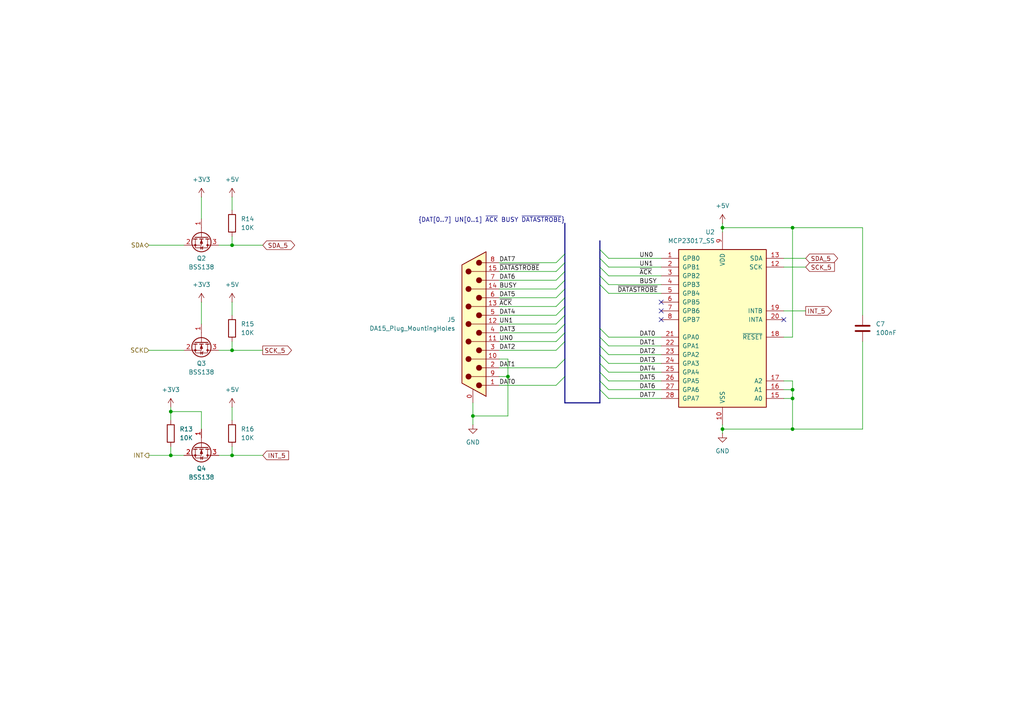
<source format=kicad_sch>
(kicad_sch (version 20231120) (generator "eeschema") (generator_version "8.0")
  (paper "A4")
  (title_block (title "Valiant Turtle 2 - Communicator - Parallel") (date "2024-10-23") (rev "2_1") (company "https://www.waitingforfriday.com") (comment 1 "(c) 2024 Simon Inns") (comment 2 "License: Attribution-ShareAlike 4.0 International (CC BY-SA 4.0)"))
  (lib_symbols
    (symbol "Connector:DA15_Plug_MountingHoles" (pin_names (offset 1.016) hide)
      (property "Reference" "J" (at 0 24.13 0))
      (property "Value" "DA15_Plug_MountingHoles" (at 0 22.225 0))
      (symbol "DA15_Plug_MountingHoles_0_1"
        (circle (center -1.778 -17.78) (radius 0.762) (fill (type outline)))
        (circle (center -1.778 -12.7) (radius 0.762) (fill (type outline)))
        (circle (center -1.778 -7.62) (radius 0.762) (fill (type outline)))
        (circle (center -1.778 -2.54) (radius 0.762) (fill (type outline)))
        (circle (center -1.778 2.54) (radius 0.762) (fill (type outline)))
        (circle (center -1.778 7.62) (radius 0.762) (fill (type outline)))
        (circle (center -1.778 12.7) (radius 0.762) (fill (type outline)))
        (circle (center -1.778 17.78) (radius 0.762) (fill (type outline)))
        (polyline (pts (xy -3.81 -17.78) (xy -2.54 -17.78)))
        (polyline (pts (xy -3.81 -15.24) (xy 0.508 -15.24)))
        (polyline (pts (xy -3.81 -12.7) (xy -2.54 -12.7)))
        (polyline (pts (xy -3.81 -10.16) (xy 0.508 -10.16)))
        (polyline (pts (xy -3.81 -7.62) (xy -2.54 -7.62)))
        (polyline (pts (xy -3.81 -5.08) (xy 0.508 -5.08)))
        (polyline (pts (xy -3.81 -2.54) (xy -2.54 -2.54)))
        (polyline (pts (xy -3.81 0) (xy 0.508 0)))
        (polyline (pts (xy -3.81 2.54) (xy -2.54 2.54)))
        (polyline (pts (xy -3.81 5.08) (xy 0.508 5.08)))
        (polyline (pts (xy -3.81 7.62) (xy -2.54 7.62)))
        (polyline (pts (xy -3.81 10.16) (xy 0.508 10.16)))
        (polyline (pts (xy -3.81 12.7) (xy -2.54 12.7)))
        (polyline (pts (xy -3.81 15.24) (xy 0.508 15.24)))
        (polyline (pts (xy -3.81 17.78) (xy -2.54 17.78)))
        (polyline (pts (xy -3.81 -20.955) (xy 3.175 -17.145) (xy 3.175 17.145) (xy -3.81 20.955) (xy -3.81 -20.955)) (stroke (width 0.254)) (fill (type background)))
        (circle (center 1.27 -15.24) (radius 0.762) (fill (type outline)))
        (circle (center 1.27 -10.16) (radius 0.762) (fill (type outline)))
        (circle (center 1.27 -5.08) (radius 0.762) (fill (type outline)))
        (circle (center 1.27 0) (radius 0.762) (fill (type outline)))
        (circle (center 1.27 5.08) (radius 0.762) (fill (type outline)))
        (circle (center 1.27 10.16) (radius 0.762) (fill (type outline)))
        (circle (center 1.27 15.24) (radius 0.762) (fill (type outline)))
      )
      (symbol "DA15_Plug_MountingHoles_1_1"
        (pin passive line (at 0 -22.86 90) (length 3.81) (name "PAD") (number "0"))
        (pin passive line (at -7.62 -17.78 0) (length 3.81) (name "1") (number "1"))
        (pin passive line (at -7.62 -10.16 0) (length 3.81) (name "P10") (number "10"))
        (pin passive line (at -7.62 -5.08 0) (length 3.81) (name "P111") (number "11"))
        (pin passive line (at -7.62 0 0) (length 3.81) (name "P12") (number "12"))
        (pin passive line (at -7.62 5.08 0) (length 3.81) (name "P13") (number "13"))
        (pin passive line (at -7.62 10.16 0) (length 3.81) (name "P14") (number "14"))
        (pin passive line (at -7.62 15.24 0) (length 3.81) (name "P15") (number "15"))
        (pin passive line (at -7.62 -12.7 0) (length 3.81) (name "2") (number "2"))
        (pin passive line (at -7.62 -7.62 0) (length 3.81) (name "3") (number "3"))
        (pin passive line (at -7.62 -2.54 0) (length 3.81) (name "4") (number "4"))
        (pin passive line (at -7.62 2.54 0) (length 3.81) (name "5") (number "5"))
        (pin passive line (at -7.62 7.62 0) (length 3.81) (name "6") (number "6"))
        (pin passive line (at -7.62 12.7 0) (length 3.81) (name "7") (number "7"))
        (pin passive line (at -7.62 17.78 0) (length 3.81) (name "8") (number "8"))
        (pin passive line (at -7.62 -15.24 0) (length 3.81) (name "P9") (number "9"))
      )
    )
    (symbol "Device:C" (pin_numbers hide) (pin_names (offset 0.254))
      (property "Reference" "C" (at 0.635 2.54 0))
      (property "Value" "C" (at 0.635 -2.54 0))
      (symbol "C_0_1"
        (polyline (pts (xy -2.032 -0.762) (xy 2.032 -0.762)) (stroke (width 0.508)))
        (polyline (pts (xy -2.032 0.762) (xy 2.032 0.762)) (stroke (width 0.508)))
      )
      (symbol "C_1_1"
        (pin passive line (at 0 3.81 270) (length 2.794) (name "~") (number "1"))
        (pin passive line (at 0 -3.81 90) (length 2.794) (name "~") (number "2"))
      )
    )
    (symbol "Device:R" (pin_numbers hide) (pin_names (offset 0))
      (property "Reference" "R" (at 2.032 0 90))
      (property "Value" "R" (at 0 0 90))
      (symbol "R_0_1"
        (rectangle (start -1.016 -2.54) (end 1.016 2.54) (stroke (width 0.254)))
      )
      (symbol "R_1_1"
        (pin passive line (at 0 3.81 270) (length 1.27) (name "~") (number "1"))
        (pin passive line (at 0 -3.81 90) (length 1.27) (name "~") (number "2"))
      )
    )
    (symbol "Interface_Expansion:MCP23017_SS" (pin_names (offset 1.016))
      (property "Reference" "U" (at -11.43 24.13 0))
      (property "Value" "MCP23017_SS" (at 0 0 0))
      (symbol "MCP23017_SS_0_1"
        (rectangle (start -12.7 22.86) (end 12.7 -22.86) (stroke (width 0.254)) (fill (type background)))
      )
      (symbol "MCP23017_SS_1_1"
        (pin bidirectional line (at 17.78 20.32 180) (length 5.08) (name "GPB0") (number "1"))
        (pin power_in line (at 0 -27.94 90) (length 5.08) (name "VSS") (number "10"))
        (pin no_connect line (at -12.7 15.24 0) (length 5.08) hide (name "NC") (number "11"))
        (pin input line (at -17.78 17.78 0) (length 5.08) (name "SCK") (number "12"))
        (pin bidirectional line (at -17.78 20.32 0) (length 5.08) (name "SDA") (number "13"))
        (pin no_connect line (at -12.7 12.7 0) (length 5.08) hide (name "NC") (number "14"))
        (pin input line (at -17.78 -20.32 0) (length 5.08) (name "A0") (number "15"))
        (pin input line (at -17.78 -17.78 0) (length 5.08) (name "A1") (number "16"))
        (pin input line (at -17.78 -15.24 0) (length 5.08) (name "A2") (number "17"))
        (pin input line (at -17.78 -2.54 0) (length 5.08) (name "~{RESET}") (number "18"))
        (pin tri_state line (at -17.78 5.08 0) (length 5.08) (name "INTB") (number "19"))
        (pin bidirectional line (at 17.78 17.78 180) (length 5.08) (name "GPB1") (number "2"))
        (pin tri_state line (at -17.78 2.54 0) (length 5.08) (name "INTA") (number "20"))
        (pin bidirectional line (at 17.78 -2.54 180) (length 5.08) (name "GPA0") (number "21"))
        (pin bidirectional line (at 17.78 -5.08 180) (length 5.08) (name "GPA1") (number "22"))
        (pin bidirectional line (at 17.78 -7.62 180) (length 5.08) (name "GPA2") (number "23"))
        (pin bidirectional line (at 17.78 -10.16 180) (length 5.08) (name "GPA3") (number "24"))
        (pin bidirectional line (at 17.78 -12.7 180) (length 5.08) (name "GPA4") (number "25"))
        (pin bidirectional line (at 17.78 -15.24 180) (length 5.08) (name "GPA5") (number "26"))
        (pin bidirectional line (at 17.78 -17.78 180) (length 5.08) (name "GPA6") (number "27"))
        (pin bidirectional line (at 17.78 -20.32 180) (length 5.08) (name "GPA7") (number "28"))
        (pin bidirectional line (at 17.78 15.24 180) (length 5.08) (name "GPB2") (number "3"))
        (pin bidirectional line (at 17.78 12.7 180) (length 5.08) (name "GPB3") (number "4"))
        (pin bidirectional line (at 17.78 10.16 180) (length 5.08) (name "GPB4") (number "5"))
        (pin bidirectional line (at 17.78 7.62 180) (length 5.08) (name "GPB5") (number "6"))
        (pin bidirectional line (at 17.78 5.08 180) (length 5.08) (name "GPB6") (number "7"))
        (pin bidirectional line (at 17.78 2.54 180) (length 5.08) (name "GPB7") (number "8"))
        (pin power_in line (at 0 27.94 270) (length 5.08) (name "VDD") (number "9"))
      )
    )
    (symbol "Transistor_FET:BSS138" (pin_names hide)
      (property "Reference" "Q" (at 5.08 1.905 0))
      (property "Value" "BSS138" (at 5.08 0 0))
      (symbol "BSS138_0_1"
        (polyline (pts (xy 0.254 0) (xy -2.54 0)))
        (polyline (pts (xy 0.254 1.905) (xy 0.254 -1.905)) (stroke (width 0.254)))
        (polyline (pts (xy 0.762 -1.27) (xy 0.762 -2.286)) (stroke (width 0.254)))
        (polyline (pts (xy 0.762 0.508) (xy 0.762 -0.508)) (stroke (width 0.254)))
        (polyline (pts (xy 0.762 2.286) (xy 0.762 1.27)) (stroke (width 0.254)))
        (polyline (pts (xy 2.54 2.54) (xy 2.54 1.778)))
        (polyline (pts (xy 2.54 -2.54) (xy 2.54 0) (xy 0.762 0)))
        (polyline (pts (xy 0.762 -1.778) (xy 3.302 -1.778) (xy 3.302 1.778) (xy 0.762 1.778)))
        (polyline (pts (xy 1.016 0) (xy 2.032 0.381) (xy 2.032 -0.381) (xy 1.016 0)) (fill (type outline)))
        (polyline (pts (xy 2.794 0.508) (xy 2.921 0.381) (xy 3.683 0.381) (xy 3.81 0.254)))
        (polyline (pts (xy 3.302 0.381) (xy 2.921 -0.254) (xy 3.683 -0.254) (xy 3.302 0.381)))
        (circle (center 1.651 0) (radius 2.794) (stroke (width 0.254)))
        (circle (center 2.54 -1.778) (radius 0.254) (fill (type outline)))
        (circle (center 2.54 1.778) (radius 0.254) (fill (type outline)))
      )
      (symbol "BSS138_1_1"
        (pin input line (at -5.08 0 0) (length 2.54) (name "G") (number "1"))
        (pin passive line (at 2.54 -5.08 90) (length 2.54) (name "S") (number "2"))
        (pin passive line (at 2.54 5.08 270) (length 2.54) (name "D") (number "3"))
      )
    )
    (symbol "power:+3V3" (power) (pin_numbers hide) (pin_names (offset 0) hide)
      (property "Value" "+3V3" (at 0 3.556 0))
      (symbol "+3V3_0_1"
        (polyline (pts (xy -0.762 1.27) (xy 0 2.54)))
        (polyline (pts (xy 0 0) (xy 0 2.54)))
        (polyline (pts (xy 0 2.54) (xy 0.762 1.27)))
      )
      (symbol "+3V3_1_1"
        (pin power_in line (at 0 0 90) (length 0) (name "~") (number "1"))
      )
    )
    (symbol "power:+5V" (power) (pin_numbers hide) (pin_names (offset 0) hide)
      (property "Value" "+5V" (at 0 3.556 0))
      (symbol "+5V_0_1"
        (polyline (pts (xy -0.762 1.27) (xy 0 2.54)))
        (polyline (pts (xy 0 0) (xy 0 2.54)))
        (polyline (pts (xy 0 2.54) (xy 0.762 1.27)))
      )
      (symbol "+5V_1_1"
        (pin power_in line (at 0 0 90) (length 0) (name "~") (number "1"))
      )
    )
    (symbol "power:GND" (power) (pin_numbers hide) (pin_names (offset 0) hide)
      (property "Value" "GND" (at 0 -3.81 0))
      (symbol "GND_0_1"
        (polyline (pts (xy 0 0) (xy 0 -1.27) (xy 1.27 -1.27) (xy 0 -2.54) (xy -1.27 -1.27) (xy 0 -1.27)))
      )
      (symbol "GND_1_1"
        (pin power_in line (at 0 0 270) (length 0) (name "~") (number "1"))
      )
    )
  )
  (junction (at 49.53 119.38))
  (junction (at 49.53 132.08))
  (junction (at 229.87 124.46))
  (junction (at 147.32 109.22))
  (junction (at 229.87 115.57))
  (junction (at 229.87 113.03))
  (junction (at 67.31 132.08))
  (junction (at 229.87 66.04))
  (junction (at 209.55 66.04))
  (junction (at 209.55 124.46))
  (junction (at 67.31 101.6))
  (junction (at 137.16 120.65))
  (junction (at 67.31 71.12))
  (no_connect (at 191.77 87.63))
  (no_connect (at 227.33 92.71))
  (no_connect (at 191.77 90.17))
  (no_connect (at 191.77 92.71))
  (bus_entry (at 163.83 76.2) (size -2.54 2.54))
  (bus_entry (at 163.83 104.14) (size -2.54 2.54))
  (bus_entry (at 173.99 100.33) (size 2.54 2.54))
  (bus_entry (at 173.99 102.87) (size 2.54 2.54))
  (bus_entry (at 163.83 99.06) (size -2.54 2.54))
  (bus_entry (at 173.99 72.39) (size 2.54 2.54))
  (bus_entry (at 173.99 105.41) (size 2.54 2.54))
  (bus_entry (at 163.83 96.52) (size -2.54 2.54))
  (bus_entry (at 173.99 113.03) (size 2.54 2.54))
  (bus_entry (at 163.83 83.82) (size -2.54 2.54))
  (bus_entry (at 173.99 77.47) (size 2.54 2.54))
  (bus_entry (at 173.99 97.79) (size 2.54 2.54))
  (bus_entry (at 163.83 81.28) (size -2.54 2.54))
  (bus_entry (at 163.83 78.74) (size -2.54 2.54))
  (bus_entry (at 163.83 109.22) (size -2.54 2.54))
  (bus_entry (at 163.83 88.9) (size -2.54 2.54))
  (bus_entry (at 173.99 80.01) (size 2.54 2.54))
  (bus_entry (at 173.99 95.25) (size 2.54 2.54))
  (bus_entry (at 173.99 110.49) (size 2.54 2.54))
  (bus_entry (at 173.99 74.93) (size 2.54 2.54))
  (bus_entry (at 173.99 107.95) (size 2.54 2.54))
  (bus_entry (at 163.83 93.98) (size -2.54 2.54))
  (bus_entry (at 173.99 82.55) (size 2.54 2.54))
  (bus_entry (at 163.83 86.36) (size -2.54 2.54))
  (bus_entry (at 163.83 73.66) (size -2.54 2.54))
  (bus_entry (at 163.83 91.44) (size -2.54 2.54))
  (wire (pts (xy 229.87 110.49) (xy 227.33 110.49)))
  (wire (pts (xy 147.32 120.65) (xy 137.16 120.65)))
  (wire (pts (xy 176.53 80.01) (xy 191.77 80.01)))
  (wire (pts (xy 250.19 66.04) (xy 229.87 66.04)))
  (wire (pts (xy 227.33 113.03) (xy 229.87 113.03)))
  (wire (pts (xy 67.31 71.12) (xy 67.31 68.58)))
  (wire (pts (xy 209.55 124.46) (xy 229.87 124.46)))
  (wire (pts (xy 147.32 104.14) (xy 147.32 109.22)))
  (wire (pts (xy 144.78 101.6) (xy 161.29 101.6)))
  (bus (pts (xy 163.83 81.28) (xy 163.83 83.82)))
  (wire (pts (xy 43.18 101.6) (xy 53.34 101.6)))
  (wire (pts (xy 63.5 101.6) (xy 67.31 101.6)))
  (bus (pts (xy 163.83 78.74) (xy 163.83 81.28)))
  (wire (pts (xy 63.5 71.12) (xy 67.31 71.12)))
  (bus (pts (xy 173.99 72.39) (xy 173.99 74.93)))
  (wire (pts (xy 49.53 119.38) (xy 58.42 119.38)))
  (wire (pts (xy 176.53 115.57) (xy 191.77 115.57)))
  (wire (pts (xy 250.19 99.06) (xy 250.19 124.46)))
  (wire (pts (xy 176.53 110.49) (xy 191.77 110.49)))
  (wire (pts (xy 144.78 83.82) (xy 161.29 83.82)))
  (bus (pts (xy 163.83 104.14) (xy 163.83 109.22)))
  (wire (pts (xy 144.78 81.28) (xy 161.29 81.28)))
  (wire (pts (xy 67.31 132.08) (xy 76.2 132.08)))
  (bus (pts (xy 173.99 113.03) (xy 173.99 116.84)))
  (bus (pts (xy 173.99 82.55) (xy 173.99 95.25)))
  (wire (pts (xy 144.78 96.52) (xy 161.29 96.52)))
  (wire (pts (xy 250.19 91.44) (xy 250.19 66.04)))
  (bus (pts (xy 163.83 83.82) (xy 163.83 86.36)))
  (wire (pts (xy 176.53 82.55) (xy 191.77 82.55)))
  (wire (pts (xy 43.18 71.12) (xy 53.34 71.12)))
  (wire (pts (xy 58.42 119.38) (xy 58.42 124.46)))
  (wire (pts (xy 144.78 93.98) (xy 161.29 93.98)))
  (wire (pts (xy 43.18 132.08) (xy 49.53 132.08)))
  (wire (pts (xy 229.87 124.46) (xy 229.87 115.57)))
  (wire (pts (xy 176.53 107.95) (xy 191.77 107.95)))
  (wire (pts (xy 176.53 105.41) (xy 191.77 105.41)))
  (wire (pts (xy 176.53 100.33) (xy 191.77 100.33)))
  (bus (pts (xy 173.99 100.33) (xy 173.99 102.87)))
  (bus (pts (xy 163.83 76.2) (xy 163.83 78.74)))
  (bus (pts (xy 163.83 64.77) (xy 163.83 73.66)))
  (bus (pts (xy 173.99 97.79) (xy 173.99 100.33)))
  (bus (pts (xy 173.99 74.93) (xy 173.99 77.47)))
  (bus (pts (xy 163.83 99.06) (xy 163.83 104.14)))
  (wire (pts (xy 229.87 97.79) (xy 229.87 66.04)))
  (wire (pts (xy 144.78 91.44) (xy 161.29 91.44)))
  (wire (pts (xy 227.33 90.17) (xy 233.68 90.17)))
  (wire (pts (xy 137.16 116.84) (xy 137.16 120.65)))
  (wire (pts (xy 176.53 113.03) (xy 191.77 113.03)))
  (bus (pts (xy 173.99 95.25) (xy 173.99 97.79)))
  (wire (pts (xy 147.32 109.22) (xy 147.32 120.65)))
  (wire (pts (xy 176.53 74.93) (xy 191.77 74.93)))
  (wire (pts (xy 144.78 78.74) (xy 161.29 78.74)))
  (wire (pts (xy 67.31 101.6) (xy 76.2 101.6)))
  (wire (pts (xy 144.78 111.76) (xy 161.29 111.76)))
  (bus (pts (xy 173.99 105.41) (xy 173.99 107.95)))
  (wire (pts (xy 144.78 109.22) (xy 147.32 109.22)))
  (wire (pts (xy 250.19 124.46) (xy 229.87 124.46)))
  (bus (pts (xy 163.83 88.9) (xy 163.83 91.44)))
  (wire (pts (xy 209.55 123.19) (xy 209.55 124.46)))
  (wire (pts (xy 67.31 132.08) (xy 67.31 129.54)))
  (wire (pts (xy 176.53 97.79) (xy 191.77 97.79)))
  (wire (pts (xy 49.53 121.92) (xy 49.53 119.38)))
  (wire (pts (xy 49.53 118.11) (xy 49.53 119.38)))
  (wire (pts (xy 209.55 64.77) (xy 209.55 66.04)))
  (bus (pts (xy 163.83 109.22) (xy 163.83 116.84)))
  (wire (pts (xy 63.5 132.08) (xy 67.31 132.08)))
  (wire (pts (xy 144.78 106.68) (xy 161.29 106.68)))
  (wire (pts (xy 227.33 97.79) (xy 229.87 97.79)))
  (wire (pts (xy 144.78 104.14) (xy 147.32 104.14)))
  (bus (pts (xy 173.99 107.95) (xy 173.99 110.49)))
  (wire (pts (xy 229.87 113.03) (xy 229.87 110.49)))
  (bus (pts (xy 173.99 69.85) (xy 173.99 72.39)))
  (bus (pts (xy 173.99 80.01) (xy 173.99 82.55)))
  (wire (pts (xy 58.42 87.63) (xy 58.42 93.98)))
  (bus (pts (xy 163.83 93.98) (xy 163.83 96.52)))
  (wire (pts (xy 137.16 120.65) (xy 137.16 123.19)))
  (bus (pts (xy 163.83 96.52) (xy 163.83 99.06)))
  (wire (pts (xy 229.87 66.04) (xy 209.55 66.04)))
  (wire (pts (xy 227.33 115.57) (xy 229.87 115.57)))
  (wire (pts (xy 58.42 57.15) (xy 58.42 63.5)))
  (wire (pts (xy 67.31 71.12) (xy 76.2 71.12)))
  (wire (pts (xy 144.78 86.36) (xy 161.29 86.36)))
  (wire (pts (xy 67.31 118.11) (xy 67.31 121.92)))
  (bus (pts (xy 163.83 91.44) (xy 163.83 93.98)))
  (wire (pts (xy 227.33 74.93) (xy 233.68 74.93)))
  (wire (pts (xy 176.53 77.47) (xy 191.77 77.47)))
  (wire (pts (xy 67.31 87.63) (xy 67.31 91.44)))
  (wire (pts (xy 144.78 76.2) (xy 161.29 76.2)))
  (wire (pts (xy 144.78 99.06) (xy 161.29 99.06)))
  (wire (pts (xy 209.55 124.46) (xy 209.55 125.73)))
  (wire (pts (xy 67.31 101.6) (xy 67.31 99.06)))
  (wire (pts (xy 67.31 57.15) (xy 67.31 60.96)))
  (wire (pts (xy 49.53 132.08) (xy 49.53 129.54)))
  (wire (pts (xy 176.53 85.09) (xy 191.77 85.09)))
  (wire (pts (xy 209.55 66.04) (xy 209.55 67.31)))
  (bus (pts (xy 173.99 77.47) (xy 173.99 80.01)))
  (bus (pts (xy 163.83 73.66) (xy 163.83 76.2)))
  (wire (pts (xy 229.87 115.57) (xy 229.87 113.03)))
  (bus (pts (xy 163.83 116.84) (xy 173.99 116.84)))
  (wire (pts (xy 176.53 102.87) (xy 191.77 102.87)))
  (wire (pts (xy 144.78 88.9) (xy 161.29 88.9)))
  (bus (pts (xy 163.83 86.36) (xy 163.83 88.9)))
  (bus (pts (xy 173.99 102.87) (xy 173.99 105.41)))
  (wire (pts (xy 53.34 132.08) (xy 49.53 132.08)))
  (wire (pts (xy 227.33 77.47) (xy 233.68 77.47)))
  (bus (pts (xy 173.99 110.49) (xy 173.99 113.03)))
  (label "UN0" (at 144.78 99.06 0))
  (label "DAT1" (at 144.78 106.68 0))
  (label "DAT0" (at 185.42 97.79 0))
  (label "BUSY" (at 185.42 82.55 0))
  (label "{DAT[0..7] UN[0..1] ~{ACK} BUSY ~{DATASTROBE}}" (at 163.83 64.77 180))
  (label "~{ACK}" (at 144.78 88.9 0))
  (label "BUSY" (at 144.78 83.82 0))
  (label "DAT7" (at 144.78 76.2 0))
  (label "DAT5" (at 144.78 86.36 0))
  (label "DAT2" (at 144.78 101.6 0))
  (label "DAT3" (at 144.78 96.52 0))
  (label "~{DATASTROBE}" (at 179.07 85.09 0))
  (label "DAT1" (at 185.42 100.33 0))
  (label "DAT7" (at 185.42 115.57 0))
  (label "DAT2" (at 185.42 102.87 0))
  (label "~{ACK}" (at 185.42 80.01 0))
  (label "DAT3" (at 185.42 105.41 0))
  (label "UN1" (at 185.42 77.47 0))
  (label "DAT0" (at 144.78 111.76 0))
  (label "DAT5" (at 185.42 110.49 0))
  (label "DAT6" (at 144.78 81.28 0))
  (label "UN1" (at 144.78 93.98 0))
  (label "DAT4" (at 185.42 107.95 0))
  (label "~{DATASTROBE}" (at 144.78 78.74 0))
  (label "DAT6" (at 185.42 113.03 0))
  (label "DAT4" (at 144.78 91.44 0))
  (label "UN0" (at 185.42 74.93 0))
  (global_label "SDA_5" (shape bidirectional) (at 233.68 74.93 0) (property "Intersheetrefs" "${INTERSHEET_REFS}" (effects (hide yes))))
  (global_label "SCK_5" (shape input) (at 233.68 77.47 0) (property "Intersheetrefs" "${INTERSHEET_REFS}" (effects (hide yes))))
  (global_label "INT_5" (shape input) (at 76.2 132.08 0) (property "Intersheetrefs" "${INTERSHEET_REFS}" (effects (hide yes))))
  (global_label "SCK_5" (shape output) (at 76.2 101.6 0) (property "Intersheetrefs" "${INTERSHEET_REFS}" (effects (hide yes))))
  (global_label "SDA_5" (shape bidirectional) (at 76.2 71.12 0) (property "Intersheetrefs" "${INTERSHEET_REFS}" (effects (hide yes))))
  (global_label "INT_5" (shape output) (at 233.68 90.17 0) (property "Intersheetrefs" "${INTERSHEET_REFS}" (effects (hide yes))))
  (hierarchical_label "SDA" (shape bidirectional) (at 43.18 71.12 180))
  (hierarchical_label "INT" (shape output) (at 43.18 132.08 180))
  (hierarchical_label "SCK" (shape input) (at 43.18 101.6 180))
  (symbol (lib_id "Transistor_FET:BSS138") (at 58.42 68.58 270) (unit 1)
    (property "Reference" "Q2" (at 58.42 74.93 90))
    (property "Value" "BSS138" (at 58.42 77.47 90))
    (property "Footprint" "Package_TO_SOT_SMD:SOT-23" (effects (hide yes)))
    (property "Datasheet" "https://www.onsemi.com/pub/Collateral/BSS138-D.PDF" (effects (hide yes)))
    (property "Description" "50V Vds, 0.22A Id, N-Channel MOSFET, SOT-23" (effects (hide yes)))
  )
  (symbol (lib_id "power:+5V") (at 209.55 64.77 0) (unit 1)
    (property "Reference" "#PWR023" (effects (hide yes)))
    (property "Value" "+5V" (at 209.55 59.69 0))
    (property "Description" "Power symbol creates a global label with name \"+5V\"" (effects (hide yes)))
  )
  (symbol (lib_id "Transistor_FET:BSS138") (at 58.42 99.06 270) (unit 1)
    (property "Reference" "Q3" (at 58.42 105.41 90))
    (property "Value" "BSS138" (at 58.42 107.95 90))
    (property "Footprint" "Package_TO_SOT_SMD:SOT-23" (effects (hide yes)))
    (property "Datasheet" "https://www.onsemi.com/pub/Collateral/BSS138-D.PDF" (effects (hide yes)))
    (property "Description" "50V Vds, 0.22A Id, N-Channel MOSFET, SOT-23" (effects (hide yes)))
  )
  (symbol (lib_id "power:GND") (at 137.16 123.19 0) (unit 1)
    (property "Reference" "#PWR022" (effects (hide yes)))
    (property "Value" "GND" (at 137.16 128.27 0))
    (property "Description" "Power symbol creates a global label with name \"GND\" , ground" (effects (hide yes)))
  )
  (symbol (lib_id "power:+3V3") (at 49.53 118.11 0) (unit 1)
    (property "Reference" "#PWR016" (effects (hide yes)))
    (property "Value" "+3V3" (at 49.53 113.03 0))
    (property "Description" "Power symbol creates a global label with name \"+3V3\"" (effects (hide yes)))
  )
  (symbol (lib_id "Device:C") (at 250.19 95.25 0) (unit 1)
    (property "Reference" "C7" (at 254 93.9799 0) (effects (justify left)))
    (property "Value" "100nF" (at 254 96.5199 0) (effects (justify left)))
    (property "Footprint" "Capacitor_SMD:C_0805_2012Metric_Pad1.18x1.45mm_HandSolder" (effects (hide yes)))
    (property "Description" "Unpolarized capacitor" (effects (hide yes)))
  )
  (symbol (lib_id "Device:R") (at 67.31 95.25 0) (unit 1)
    (property "Reference" "R15" (at 69.85 93.9799 0) (effects (justify left)))
    (property "Value" "10K" (at 69.85 96.5199 0) (effects (justify left)))
    (property "Footprint" "Resistor_SMD:R_0805_2012Metric_Pad1.20x1.40mm_HandSolder" (effects (hide yes)))
    (property "Description" "Resistor" (effects (hide yes)))
  )
  (symbol (lib_id "Connector:DA15_Plug_MountingHoles") (at 137.16 93.98 0) (mirror y) (unit 1)
    (property "Reference" "J5" (at 132.08 92.7099 0) (effects (justify left)))
    (property "Value" "DA15_Plug_MountingHoles" (at 132.08 95.2499 0) (effects (justify left)))
    (property "Footprint" "Connector_Dsub:DSUB-15_Male_Horizontal_P2.77x2.84mm_EdgePinOffset9.90mm_Housed_MountingHolesOffset11.32mm" (effects (hide yes)))
    (property "Description" "15-pin male plug pin D-SUB connector (low-density/2 columns), Mounting Hole" (effects (hide yes)))
  )
  (symbol (lib_id "Device:R") (at 67.31 64.77 0) (unit 1)
    (property "Reference" "R14" (at 69.85 63.4999 0) (effects (justify left)))
    (property "Value" "10K" (at 69.85 66.0399 0) (effects (justify left)))
    (property "Footprint" "Resistor_SMD:R_0805_2012Metric_Pad1.20x1.40mm_HandSolder" (effects (hide yes)))
    (property "Description" "Resistor" (effects (hide yes)))
  )
  (symbol (lib_id "Device:R") (at 49.53 125.73 0) (unit 1)
    (property "Reference" "R13" (at 52.07 124.4599 0) (effects (justify left)))
    (property "Value" "10K" (at 52.07 126.9999 0) (effects (justify left)))
    (property "Footprint" "Resistor_SMD:R_0805_2012Metric_Pad1.20x1.40mm_HandSolder" (effects (hide yes)))
    (property "Description" "Resistor" (effects (hide yes)))
  )
  (symbol (lib_id "power:+3V3") (at 58.42 57.15 0) (unit 1)
    (property "Reference" "#PWR017" (effects (hide yes)))
    (property "Value" "+3V3" (at 58.42 52.07 0))
    (property "Description" "Power symbol creates a global label with name \"+3V3\"" (effects (hide yes)))
  )
  (symbol (lib_id "power:+5V") (at 67.31 87.63 0) (unit 1)
    (property "Reference" "#PWR020" (effects (hide yes)))
    (property "Value" "+5V" (at 67.31 82.55 0))
    (property "Description" "Power symbol creates a global label with name \"+5V\"" (effects (hide yes)))
  )
  (symbol (lib_id "Interface_Expansion:MCP23017_SS") (at 209.55 95.25 0) (mirror y) (unit 1)
    (property "Reference" "U2" (at 207.3559 67.31 0) (effects (justify left)))
    (property "Value" "MCP23017_SS" (at 207.3559 69.85 0) (effects (justify left)))
    (property "Footprint" "Package_SO:SSOP-28_5.3x10.2mm_P0.65mm" (effects (hide yes)))
    (property "Datasheet" "http://ww1.microchip.com/downloads/en/DeviceDoc/20001952C.pdf" (effects (hide yes)))
    (property "Description" "16-bit I/O expander, I2C, interrupts, w pull-ups, SSOP-28" (effects (hide yes)))
  )
  (symbol (lib_id "power:+5V") (at 67.31 118.11 0) (unit 1)
    (property "Reference" "#PWR021" (effects (hide yes)))
    (property "Value" "+5V" (at 67.31 113.03 0))
    (property "Description" "Power symbol creates a global label with name \"+5V\"" (effects (hide yes)))
  )
  (symbol (lib_id "power:GND") (at 209.55 125.73 0) (unit 1)
    (property "Reference" "#PWR024" (effects (hide yes)))
    (property "Value" "GND" (at 209.55 130.81 0))
    (property "Description" "Power symbol creates a global label with name \"GND\" , ground" (effects (hide yes)))
  )
  (symbol (lib_id "power:+3V3") (at 58.42 87.63 0) (unit 1)
    (property "Reference" "#PWR018" (effects (hide yes)))
    (property "Value" "+3V3" (at 58.42 82.55 0))
    (property "Description" "Power symbol creates a global label with name \"+3V3\"" (effects (hide yes)))
  )
  (symbol (lib_id "power:+5V") (at 67.31 57.15 0) (unit 1)
    (property "Reference" "#PWR019" (effects (hide yes)))
    (property "Value" "+5V" (at 67.31 52.07 0))
    (property "Description" "Power symbol creates a global label with name \"+5V\"" (effects (hide yes)))
  )
  (symbol (lib_id "Transistor_FET:BSS138") (at 58.42 129.54 270) (unit 1)
    (property "Reference" "Q4" (at 58.42 135.89 90))
    (property "Value" "BSS138" (at 58.42 138.43 90))
    (property "Footprint" "Package_TO_SOT_SMD:SOT-23" (effects (hide yes)))
    (property "Datasheet" "https://www.onsemi.com/pub/Collateral/BSS138-D.PDF" (effects (hide yes)))
    (property "Description" "50V Vds, 0.22A Id, N-Channel MOSFET, SOT-23" (effects (hide yes)))
  )
  (symbol (lib_id "Device:R") (at 67.31 125.73 0) (unit 1)
    (property "Reference" "R16" (at 69.85 124.4599 0) (effects (justify left)))
    (property "Value" "10K" (at 69.85 126.9999 0) (effects (justify left)))
    (property "Footprint" "Resistor_SMD:R_0805_2012Metric_Pad1.20x1.40mm_HandSolder" (effects (hide yes)))
    (property "Description" "Resistor" (effects (hide yes)))
  )
)
</source>
